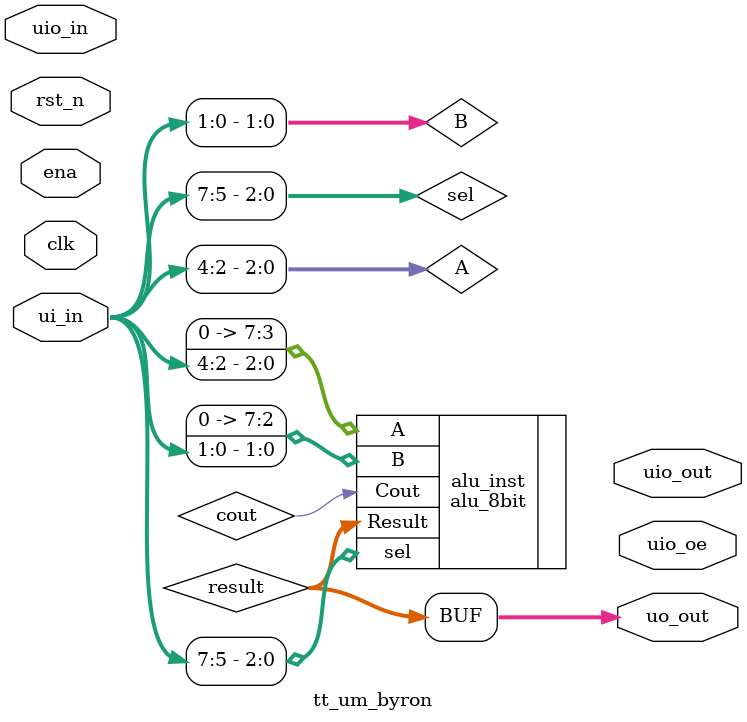
<source format=v>
module tt_um_byron (
    input  [7:0] ui_in,
    output [7:0] uo_out,
    output [7:0] uio_out,
    input  [7:0] uio_in,
    output [7:0] uio_oe,
    input clk,
    input ena,
    input rst_n
);

    // Mapeo sin solapamiento:
    wire [2:0] sel = ui_in[7:5];  // selección de operación
    wire [2:0] A   = ui_in[4:2];  // A reducido a 3 bits
    wire [1:0] B   = ui_in[1:0];  // B reducido a 2 bits

    wire [7:0] result;
    wire cout;

    // Expandir A y B a 8 bits para la ALU
    alu_8bit alu_inst (
        .A({5'b00000, A}),
        .B({6'b000000, B}),
        .sel(sel),
        .Result(result),
        .Cout(cout)
    );

    assign uo_out = result;

endmodule

</source>
